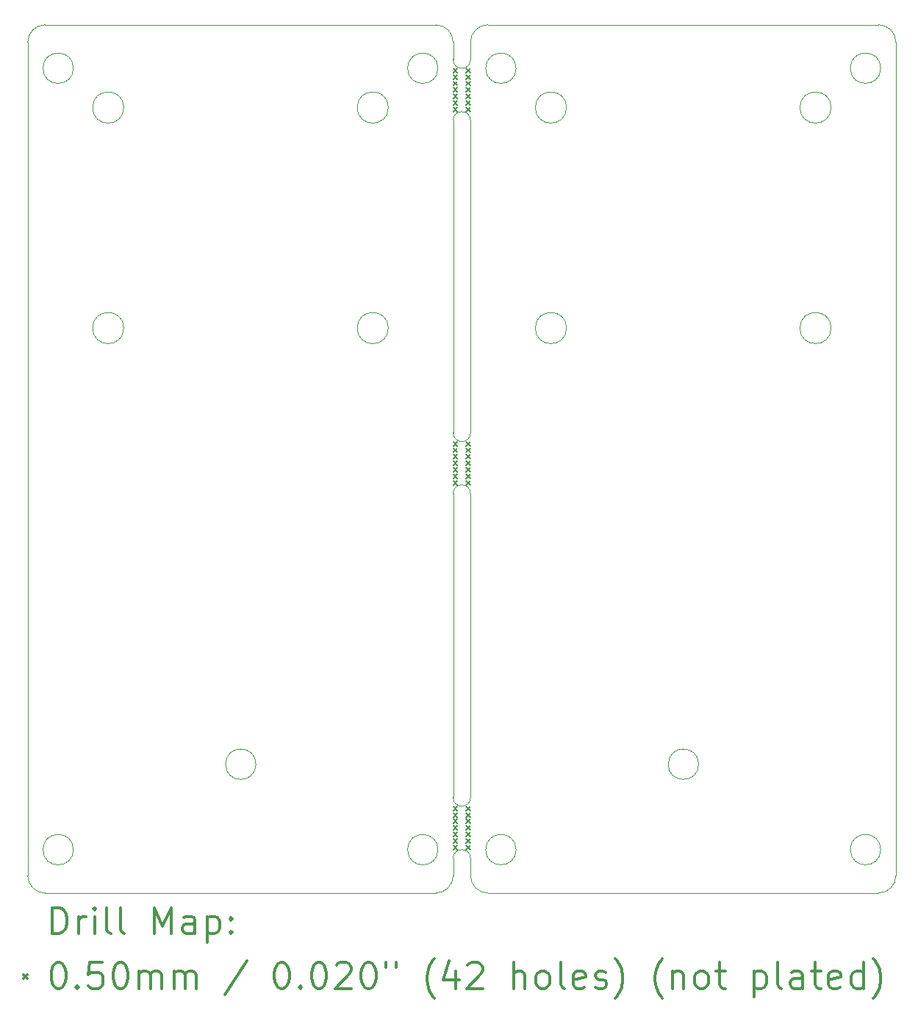
<source format=gbr>
%FSLAX45Y45*%
G04 Gerber Fmt 4.5, Leading zero omitted, Abs format (unit mm)*
G04 Created by KiCad (PCBNEW (5.1.5)-3) date 2022-03-28 13:22:25*
%MOMM*%
%LPD*%
G04 APERTURE LIST*
%TA.AperFunction,Profile*%
%ADD10C,0.050000*%
%TD*%
%ADD11C,0.200000*%
%ADD12C,0.300000*%
G04 APERTURE END LIST*
D10*
X18753605Y-4852500D02*
G75*
G03X18753605Y-4852500I-179605J0D01*
G01*
X15705605Y-7392500D02*
G75*
G03X15705605Y-7392500I-179605J0D01*
G01*
X18753605Y-7392500D02*
G75*
G03X18753605Y-7392500I-179605J0D01*
G01*
X15125000Y-13400000D02*
G75*
G03X15125000Y-13400000I-175000J0D01*
G01*
X15125000Y-4400000D02*
G75*
G03X15125000Y-4400000I-175000J0D01*
G01*
X17228000Y-12416000D02*
G75*
G03X17228000Y-12416000I-175000J0D01*
G01*
X19325000Y-13400000D02*
G75*
G03X19325000Y-13400000I-175000J0D01*
G01*
X15705605Y-4852500D02*
G75*
G03X15705605Y-4852500I-179605J0D01*
G01*
X19325000Y-4400000D02*
G75*
G03X19325000Y-4400000I-175000J0D01*
G01*
X14800000Y-13899538D02*
G75*
G02X14600000Y-13699538I0J200000D01*
G01*
X14600000Y-13499538D02*
X14600000Y-13699538D01*
X14400000Y-13699538D02*
X14400000Y-13499538D01*
X14600000Y-12799538D02*
X14600000Y-9299538D01*
X14400000Y-9299538D02*
X14400000Y-12799538D01*
X14600000Y-8599538D02*
X14600000Y-4999538D01*
X14400000Y-4999538D02*
X14400000Y-8599538D01*
X14400000Y-13499538D02*
G75*
G02X14600000Y-13499538I100000J0D01*
G01*
X14600000Y-12799538D02*
G75*
G02X14400000Y-12799538I-100000J0D01*
G01*
X14400000Y-9299538D02*
G75*
G02X14600000Y-9299538I100000J0D01*
G01*
X14600000Y-8599538D02*
G75*
G02X14400000Y-8599538I-100000J0D01*
G01*
X14400000Y-4999538D02*
G75*
G02X14600000Y-4999538I100000J0D01*
G01*
X14600000Y-4299538D02*
G75*
G02X14400000Y-4299538I-100000J0D01*
G01*
X14600000Y-4099538D02*
X14600000Y-4299538D01*
X14400000Y-4099538D02*
X14400000Y-4299538D01*
X19300000Y-3899538D02*
G75*
G02X19500000Y-4099538I0J-200000D01*
G01*
X19500000Y-13699538D02*
G75*
G02X19300000Y-13899538I-200000J0D01*
G01*
X19300000Y-13899538D02*
X14800000Y-13899538D01*
X19500000Y-4099538D02*
X19500000Y-13699538D01*
X14600000Y-4099538D02*
G75*
G02X14800000Y-3899538I200000J0D01*
G01*
X14800000Y-3899538D02*
X19300000Y-3900000D01*
X14200000Y-3899538D02*
G75*
G02X14400000Y-4099538I0J-200000D01*
G01*
X14400000Y-13699538D02*
G75*
G02X14200000Y-13899538I-200000J0D01*
G01*
X9699163Y-13899538D02*
G75*
G02X9499163Y-13699538I0J200000D01*
G01*
X9499163Y-4099538D02*
G75*
G02X9699163Y-3899538I200000J0D01*
G01*
X14200000Y-13900000D02*
X9699163Y-13899538D01*
X9699163Y-3899538D02*
X14200000Y-3899538D01*
X9499163Y-13699538D02*
X9499163Y-4099538D01*
X10605605Y-7392500D02*
G75*
G03X10605605Y-7392500I-179605J0D01*
G01*
X13653605Y-7392500D02*
G75*
G03X13653605Y-7392500I-179605J0D01*
G01*
X13653605Y-4852500D02*
G75*
G03X13653605Y-4852500I-179605J0D01*
G01*
X10605605Y-4852500D02*
G75*
G03X10605605Y-4852500I-179605J0D01*
G01*
X12128000Y-12416000D02*
G75*
G03X12128000Y-12416000I-175000J0D01*
G01*
X10025000Y-13400000D02*
G75*
G03X10025000Y-13400000I-175000J0D01*
G01*
X14225000Y-13400000D02*
G75*
G03X14225000Y-13400000I-175000J0D01*
G01*
X14225000Y-4400000D02*
G75*
G03X14225000Y-4400000I-175000J0D01*
G01*
X10025000Y-4400000D02*
G75*
G03X10025000Y-4400000I-175000J0D01*
G01*
D11*
X14400000Y-12900000D02*
X14450000Y-12950000D01*
X14450000Y-12900000D02*
X14400000Y-12950000D01*
X14400000Y-12975000D02*
X14450000Y-13025000D01*
X14450000Y-12975000D02*
X14400000Y-13025000D01*
X14400000Y-13050000D02*
X14450000Y-13100000D01*
X14450000Y-13050000D02*
X14400000Y-13100000D01*
X14400000Y-13125000D02*
X14450000Y-13175000D01*
X14450000Y-13125000D02*
X14400000Y-13175000D01*
X14400000Y-13200000D02*
X14450000Y-13250000D01*
X14450000Y-13200000D02*
X14400000Y-13250000D01*
X14400000Y-13275000D02*
X14450000Y-13325000D01*
X14450000Y-13275000D02*
X14400000Y-13325000D01*
X14400000Y-13350000D02*
X14450000Y-13400000D01*
X14450000Y-13350000D02*
X14400000Y-13400000D01*
X14550000Y-12900000D02*
X14600000Y-12950000D01*
X14600000Y-12900000D02*
X14550000Y-12950000D01*
X14550000Y-12975000D02*
X14600000Y-13025000D01*
X14600000Y-12975000D02*
X14550000Y-13025000D01*
X14550000Y-13050000D02*
X14600000Y-13100000D01*
X14600000Y-13050000D02*
X14550000Y-13100000D01*
X14550000Y-13125000D02*
X14600000Y-13175000D01*
X14600000Y-13125000D02*
X14550000Y-13175000D01*
X14550000Y-13200000D02*
X14600000Y-13250000D01*
X14600000Y-13200000D02*
X14550000Y-13250000D01*
X14550000Y-13275000D02*
X14600000Y-13325000D01*
X14600000Y-13275000D02*
X14550000Y-13325000D01*
X14550000Y-13350000D02*
X14600000Y-13400000D01*
X14600000Y-13350000D02*
X14550000Y-13400000D01*
X14400000Y-4400000D02*
X14450000Y-4450000D01*
X14450000Y-4400000D02*
X14400000Y-4450000D01*
X14400000Y-4475000D02*
X14450000Y-4525000D01*
X14450000Y-4475000D02*
X14400000Y-4525000D01*
X14400000Y-4550000D02*
X14450000Y-4600000D01*
X14450000Y-4550000D02*
X14400000Y-4600000D01*
X14400000Y-4625000D02*
X14450000Y-4675000D01*
X14450000Y-4625000D02*
X14400000Y-4675000D01*
X14400000Y-4700000D02*
X14450000Y-4750000D01*
X14450000Y-4700000D02*
X14400000Y-4750000D01*
X14400000Y-4775000D02*
X14450000Y-4825000D01*
X14450000Y-4775000D02*
X14400000Y-4825000D01*
X14400000Y-4850000D02*
X14450000Y-4900000D01*
X14450000Y-4850000D02*
X14400000Y-4900000D01*
X14550000Y-4400000D02*
X14600000Y-4450000D01*
X14600000Y-4400000D02*
X14550000Y-4450000D01*
X14550000Y-4475000D02*
X14600000Y-4525000D01*
X14600000Y-4475000D02*
X14550000Y-4525000D01*
X14550000Y-4550000D02*
X14600000Y-4600000D01*
X14600000Y-4550000D02*
X14550000Y-4600000D01*
X14550000Y-4625000D02*
X14600000Y-4675000D01*
X14600000Y-4625000D02*
X14550000Y-4675000D01*
X14550000Y-4700000D02*
X14600000Y-4750000D01*
X14600000Y-4700000D02*
X14550000Y-4750000D01*
X14550000Y-4775000D02*
X14600000Y-4825000D01*
X14600000Y-4775000D02*
X14550000Y-4825000D01*
X14550000Y-4850000D02*
X14600000Y-4900000D01*
X14600000Y-4850000D02*
X14550000Y-4900000D01*
X14400000Y-8700000D02*
X14450000Y-8750000D01*
X14450000Y-8700000D02*
X14400000Y-8750000D01*
X14400000Y-8775000D02*
X14450000Y-8825000D01*
X14450000Y-8775000D02*
X14400000Y-8825000D01*
X14400000Y-8850000D02*
X14450000Y-8900000D01*
X14450000Y-8850000D02*
X14400000Y-8900000D01*
X14400000Y-8925000D02*
X14450000Y-8975000D01*
X14450000Y-8925000D02*
X14400000Y-8975000D01*
X14400000Y-9000000D02*
X14450000Y-9050000D01*
X14450000Y-9000000D02*
X14400000Y-9050000D01*
X14400000Y-9075000D02*
X14450000Y-9125000D01*
X14450000Y-9075000D02*
X14400000Y-9125000D01*
X14400000Y-9150000D02*
X14450000Y-9200000D01*
X14450000Y-9150000D02*
X14400000Y-9200000D01*
X14550000Y-8700000D02*
X14600000Y-8750000D01*
X14600000Y-8700000D02*
X14550000Y-8750000D01*
X14550000Y-8775000D02*
X14600000Y-8825000D01*
X14600000Y-8775000D02*
X14550000Y-8825000D01*
X14550000Y-8850000D02*
X14600000Y-8900000D01*
X14600000Y-8850000D02*
X14550000Y-8900000D01*
X14550000Y-8925000D02*
X14600000Y-8975000D01*
X14600000Y-8925000D02*
X14550000Y-8975000D01*
X14550000Y-9000000D02*
X14600000Y-9050000D01*
X14600000Y-9000000D02*
X14550000Y-9050000D01*
X14550000Y-9075000D02*
X14600000Y-9125000D01*
X14600000Y-9075000D02*
X14550000Y-9125000D01*
X14550000Y-9150000D02*
X14600000Y-9200000D01*
X14600000Y-9150000D02*
X14550000Y-9200000D01*
D12*
X9783091Y-14368214D02*
X9783091Y-14068214D01*
X9854520Y-14068214D01*
X9897377Y-14082500D01*
X9925949Y-14111071D01*
X9940234Y-14139643D01*
X9954520Y-14196786D01*
X9954520Y-14239643D01*
X9940234Y-14296786D01*
X9925949Y-14325357D01*
X9897377Y-14353929D01*
X9854520Y-14368214D01*
X9783091Y-14368214D01*
X10083091Y-14368214D02*
X10083091Y-14168214D01*
X10083091Y-14225357D02*
X10097377Y-14196786D01*
X10111663Y-14182500D01*
X10140234Y-14168214D01*
X10168806Y-14168214D01*
X10268806Y-14368214D02*
X10268806Y-14168214D01*
X10268806Y-14068214D02*
X10254520Y-14082500D01*
X10268806Y-14096786D01*
X10283091Y-14082500D01*
X10268806Y-14068214D01*
X10268806Y-14096786D01*
X10454520Y-14368214D02*
X10425949Y-14353929D01*
X10411663Y-14325357D01*
X10411663Y-14068214D01*
X10611663Y-14368214D02*
X10583091Y-14353929D01*
X10568806Y-14325357D01*
X10568806Y-14068214D01*
X10954520Y-14368214D02*
X10954520Y-14068214D01*
X11054520Y-14282500D01*
X11154520Y-14068214D01*
X11154520Y-14368214D01*
X11425948Y-14368214D02*
X11425948Y-14211071D01*
X11411663Y-14182500D01*
X11383091Y-14168214D01*
X11325948Y-14168214D01*
X11297377Y-14182500D01*
X11425948Y-14353929D02*
X11397377Y-14368214D01*
X11325948Y-14368214D01*
X11297377Y-14353929D01*
X11283091Y-14325357D01*
X11283091Y-14296786D01*
X11297377Y-14268214D01*
X11325948Y-14253929D01*
X11397377Y-14253929D01*
X11425948Y-14239643D01*
X11568806Y-14168214D02*
X11568806Y-14468214D01*
X11568806Y-14182500D02*
X11597377Y-14168214D01*
X11654520Y-14168214D01*
X11683091Y-14182500D01*
X11697377Y-14196786D01*
X11711663Y-14225357D01*
X11711663Y-14311071D01*
X11697377Y-14339643D01*
X11683091Y-14353929D01*
X11654520Y-14368214D01*
X11597377Y-14368214D01*
X11568806Y-14353929D01*
X11840234Y-14339643D02*
X11854520Y-14353929D01*
X11840234Y-14368214D01*
X11825948Y-14353929D01*
X11840234Y-14339643D01*
X11840234Y-14368214D01*
X11840234Y-14182500D02*
X11854520Y-14196786D01*
X11840234Y-14211071D01*
X11825948Y-14196786D01*
X11840234Y-14182500D01*
X11840234Y-14211071D01*
X9446663Y-14837500D02*
X9496663Y-14887500D01*
X9496663Y-14837500D02*
X9446663Y-14887500D01*
X9840234Y-14698214D02*
X9868806Y-14698214D01*
X9897377Y-14712500D01*
X9911663Y-14726786D01*
X9925949Y-14755357D01*
X9940234Y-14812500D01*
X9940234Y-14883929D01*
X9925949Y-14941071D01*
X9911663Y-14969643D01*
X9897377Y-14983929D01*
X9868806Y-14998214D01*
X9840234Y-14998214D01*
X9811663Y-14983929D01*
X9797377Y-14969643D01*
X9783091Y-14941071D01*
X9768806Y-14883929D01*
X9768806Y-14812500D01*
X9783091Y-14755357D01*
X9797377Y-14726786D01*
X9811663Y-14712500D01*
X9840234Y-14698214D01*
X10068806Y-14969643D02*
X10083091Y-14983929D01*
X10068806Y-14998214D01*
X10054520Y-14983929D01*
X10068806Y-14969643D01*
X10068806Y-14998214D01*
X10354520Y-14698214D02*
X10211663Y-14698214D01*
X10197377Y-14841071D01*
X10211663Y-14826786D01*
X10240234Y-14812500D01*
X10311663Y-14812500D01*
X10340234Y-14826786D01*
X10354520Y-14841071D01*
X10368806Y-14869643D01*
X10368806Y-14941071D01*
X10354520Y-14969643D01*
X10340234Y-14983929D01*
X10311663Y-14998214D01*
X10240234Y-14998214D01*
X10211663Y-14983929D01*
X10197377Y-14969643D01*
X10554520Y-14698214D02*
X10583091Y-14698214D01*
X10611663Y-14712500D01*
X10625949Y-14726786D01*
X10640234Y-14755357D01*
X10654520Y-14812500D01*
X10654520Y-14883929D01*
X10640234Y-14941071D01*
X10625949Y-14969643D01*
X10611663Y-14983929D01*
X10583091Y-14998214D01*
X10554520Y-14998214D01*
X10525949Y-14983929D01*
X10511663Y-14969643D01*
X10497377Y-14941071D01*
X10483091Y-14883929D01*
X10483091Y-14812500D01*
X10497377Y-14755357D01*
X10511663Y-14726786D01*
X10525949Y-14712500D01*
X10554520Y-14698214D01*
X10783091Y-14998214D02*
X10783091Y-14798214D01*
X10783091Y-14826786D02*
X10797377Y-14812500D01*
X10825949Y-14798214D01*
X10868806Y-14798214D01*
X10897377Y-14812500D01*
X10911663Y-14841071D01*
X10911663Y-14998214D01*
X10911663Y-14841071D02*
X10925949Y-14812500D01*
X10954520Y-14798214D01*
X10997377Y-14798214D01*
X11025949Y-14812500D01*
X11040234Y-14841071D01*
X11040234Y-14998214D01*
X11183091Y-14998214D02*
X11183091Y-14798214D01*
X11183091Y-14826786D02*
X11197377Y-14812500D01*
X11225948Y-14798214D01*
X11268806Y-14798214D01*
X11297377Y-14812500D01*
X11311663Y-14841071D01*
X11311663Y-14998214D01*
X11311663Y-14841071D02*
X11325948Y-14812500D01*
X11354520Y-14798214D01*
X11397377Y-14798214D01*
X11425948Y-14812500D01*
X11440234Y-14841071D01*
X11440234Y-14998214D01*
X12025948Y-14683929D02*
X11768806Y-15069643D01*
X12411663Y-14698214D02*
X12440234Y-14698214D01*
X12468806Y-14712500D01*
X12483091Y-14726786D01*
X12497377Y-14755357D01*
X12511663Y-14812500D01*
X12511663Y-14883929D01*
X12497377Y-14941071D01*
X12483091Y-14969643D01*
X12468806Y-14983929D01*
X12440234Y-14998214D01*
X12411663Y-14998214D01*
X12383091Y-14983929D01*
X12368806Y-14969643D01*
X12354520Y-14941071D01*
X12340234Y-14883929D01*
X12340234Y-14812500D01*
X12354520Y-14755357D01*
X12368806Y-14726786D01*
X12383091Y-14712500D01*
X12411663Y-14698214D01*
X12640234Y-14969643D02*
X12654520Y-14983929D01*
X12640234Y-14998214D01*
X12625948Y-14983929D01*
X12640234Y-14969643D01*
X12640234Y-14998214D01*
X12840234Y-14698214D02*
X12868806Y-14698214D01*
X12897377Y-14712500D01*
X12911663Y-14726786D01*
X12925948Y-14755357D01*
X12940234Y-14812500D01*
X12940234Y-14883929D01*
X12925948Y-14941071D01*
X12911663Y-14969643D01*
X12897377Y-14983929D01*
X12868806Y-14998214D01*
X12840234Y-14998214D01*
X12811663Y-14983929D01*
X12797377Y-14969643D01*
X12783091Y-14941071D01*
X12768806Y-14883929D01*
X12768806Y-14812500D01*
X12783091Y-14755357D01*
X12797377Y-14726786D01*
X12811663Y-14712500D01*
X12840234Y-14698214D01*
X13054520Y-14726786D02*
X13068806Y-14712500D01*
X13097377Y-14698214D01*
X13168806Y-14698214D01*
X13197377Y-14712500D01*
X13211663Y-14726786D01*
X13225948Y-14755357D01*
X13225948Y-14783929D01*
X13211663Y-14826786D01*
X13040234Y-14998214D01*
X13225948Y-14998214D01*
X13411663Y-14698214D02*
X13440234Y-14698214D01*
X13468806Y-14712500D01*
X13483091Y-14726786D01*
X13497377Y-14755357D01*
X13511663Y-14812500D01*
X13511663Y-14883929D01*
X13497377Y-14941071D01*
X13483091Y-14969643D01*
X13468806Y-14983929D01*
X13440234Y-14998214D01*
X13411663Y-14998214D01*
X13383091Y-14983929D01*
X13368806Y-14969643D01*
X13354520Y-14941071D01*
X13340234Y-14883929D01*
X13340234Y-14812500D01*
X13354520Y-14755357D01*
X13368806Y-14726786D01*
X13383091Y-14712500D01*
X13411663Y-14698214D01*
X13625948Y-14698214D02*
X13625948Y-14755357D01*
X13740234Y-14698214D02*
X13740234Y-14755357D01*
X14183091Y-15112500D02*
X14168806Y-15098214D01*
X14140234Y-15055357D01*
X14125948Y-15026786D01*
X14111663Y-14983929D01*
X14097377Y-14912500D01*
X14097377Y-14855357D01*
X14111663Y-14783929D01*
X14125948Y-14741071D01*
X14140234Y-14712500D01*
X14168806Y-14669643D01*
X14183091Y-14655357D01*
X14425948Y-14798214D02*
X14425948Y-14998214D01*
X14354520Y-14683929D02*
X14283091Y-14898214D01*
X14468806Y-14898214D01*
X14568806Y-14726786D02*
X14583091Y-14712500D01*
X14611663Y-14698214D01*
X14683091Y-14698214D01*
X14711663Y-14712500D01*
X14725948Y-14726786D01*
X14740234Y-14755357D01*
X14740234Y-14783929D01*
X14725948Y-14826786D01*
X14554520Y-14998214D01*
X14740234Y-14998214D01*
X15097377Y-14998214D02*
X15097377Y-14698214D01*
X15225948Y-14998214D02*
X15225948Y-14841071D01*
X15211663Y-14812500D01*
X15183091Y-14798214D01*
X15140234Y-14798214D01*
X15111663Y-14812500D01*
X15097377Y-14826786D01*
X15411663Y-14998214D02*
X15383091Y-14983929D01*
X15368806Y-14969643D01*
X15354520Y-14941071D01*
X15354520Y-14855357D01*
X15368806Y-14826786D01*
X15383091Y-14812500D01*
X15411663Y-14798214D01*
X15454520Y-14798214D01*
X15483091Y-14812500D01*
X15497377Y-14826786D01*
X15511663Y-14855357D01*
X15511663Y-14941071D01*
X15497377Y-14969643D01*
X15483091Y-14983929D01*
X15454520Y-14998214D01*
X15411663Y-14998214D01*
X15683091Y-14998214D02*
X15654520Y-14983929D01*
X15640234Y-14955357D01*
X15640234Y-14698214D01*
X15911663Y-14983929D02*
X15883091Y-14998214D01*
X15825948Y-14998214D01*
X15797377Y-14983929D01*
X15783091Y-14955357D01*
X15783091Y-14841071D01*
X15797377Y-14812500D01*
X15825948Y-14798214D01*
X15883091Y-14798214D01*
X15911663Y-14812500D01*
X15925948Y-14841071D01*
X15925948Y-14869643D01*
X15783091Y-14898214D01*
X16040234Y-14983929D02*
X16068806Y-14998214D01*
X16125948Y-14998214D01*
X16154520Y-14983929D01*
X16168806Y-14955357D01*
X16168806Y-14941071D01*
X16154520Y-14912500D01*
X16125948Y-14898214D01*
X16083091Y-14898214D01*
X16054520Y-14883929D01*
X16040234Y-14855357D01*
X16040234Y-14841071D01*
X16054520Y-14812500D01*
X16083091Y-14798214D01*
X16125948Y-14798214D01*
X16154520Y-14812500D01*
X16268806Y-15112500D02*
X16283091Y-15098214D01*
X16311663Y-15055357D01*
X16325948Y-15026786D01*
X16340234Y-14983929D01*
X16354520Y-14912500D01*
X16354520Y-14855357D01*
X16340234Y-14783929D01*
X16325948Y-14741071D01*
X16311663Y-14712500D01*
X16283091Y-14669643D01*
X16268806Y-14655357D01*
X16811663Y-15112500D02*
X16797377Y-15098214D01*
X16768806Y-15055357D01*
X16754520Y-15026786D01*
X16740234Y-14983929D01*
X16725948Y-14912500D01*
X16725948Y-14855357D01*
X16740234Y-14783929D01*
X16754520Y-14741071D01*
X16768806Y-14712500D01*
X16797377Y-14669643D01*
X16811663Y-14655357D01*
X16925949Y-14798214D02*
X16925949Y-14998214D01*
X16925949Y-14826786D02*
X16940234Y-14812500D01*
X16968806Y-14798214D01*
X17011663Y-14798214D01*
X17040234Y-14812500D01*
X17054520Y-14841071D01*
X17054520Y-14998214D01*
X17240234Y-14998214D02*
X17211663Y-14983929D01*
X17197377Y-14969643D01*
X17183091Y-14941071D01*
X17183091Y-14855357D01*
X17197377Y-14826786D01*
X17211663Y-14812500D01*
X17240234Y-14798214D01*
X17283091Y-14798214D01*
X17311663Y-14812500D01*
X17325949Y-14826786D01*
X17340234Y-14855357D01*
X17340234Y-14941071D01*
X17325949Y-14969643D01*
X17311663Y-14983929D01*
X17283091Y-14998214D01*
X17240234Y-14998214D01*
X17425949Y-14798214D02*
X17540234Y-14798214D01*
X17468806Y-14698214D02*
X17468806Y-14955357D01*
X17483091Y-14983929D01*
X17511663Y-14998214D01*
X17540234Y-14998214D01*
X17868806Y-14798214D02*
X17868806Y-15098214D01*
X17868806Y-14812500D02*
X17897377Y-14798214D01*
X17954520Y-14798214D01*
X17983091Y-14812500D01*
X17997377Y-14826786D01*
X18011663Y-14855357D01*
X18011663Y-14941071D01*
X17997377Y-14969643D01*
X17983091Y-14983929D01*
X17954520Y-14998214D01*
X17897377Y-14998214D01*
X17868806Y-14983929D01*
X18183091Y-14998214D02*
X18154520Y-14983929D01*
X18140234Y-14955357D01*
X18140234Y-14698214D01*
X18425949Y-14998214D02*
X18425949Y-14841071D01*
X18411663Y-14812500D01*
X18383091Y-14798214D01*
X18325949Y-14798214D01*
X18297377Y-14812500D01*
X18425949Y-14983929D02*
X18397377Y-14998214D01*
X18325949Y-14998214D01*
X18297377Y-14983929D01*
X18283091Y-14955357D01*
X18283091Y-14926786D01*
X18297377Y-14898214D01*
X18325949Y-14883929D01*
X18397377Y-14883929D01*
X18425949Y-14869643D01*
X18525949Y-14798214D02*
X18640234Y-14798214D01*
X18568806Y-14698214D02*
X18568806Y-14955357D01*
X18583091Y-14983929D01*
X18611663Y-14998214D01*
X18640234Y-14998214D01*
X18854520Y-14983929D02*
X18825949Y-14998214D01*
X18768806Y-14998214D01*
X18740234Y-14983929D01*
X18725949Y-14955357D01*
X18725949Y-14841071D01*
X18740234Y-14812500D01*
X18768806Y-14798214D01*
X18825949Y-14798214D01*
X18854520Y-14812500D01*
X18868806Y-14841071D01*
X18868806Y-14869643D01*
X18725949Y-14898214D01*
X19125949Y-14998214D02*
X19125949Y-14698214D01*
X19125949Y-14983929D02*
X19097377Y-14998214D01*
X19040234Y-14998214D01*
X19011663Y-14983929D01*
X18997377Y-14969643D01*
X18983091Y-14941071D01*
X18983091Y-14855357D01*
X18997377Y-14826786D01*
X19011663Y-14812500D01*
X19040234Y-14798214D01*
X19097377Y-14798214D01*
X19125949Y-14812500D01*
X19240234Y-15112500D02*
X19254520Y-15098214D01*
X19283091Y-15055357D01*
X19297377Y-15026786D01*
X19311663Y-14983929D01*
X19325949Y-14912500D01*
X19325949Y-14855357D01*
X19311663Y-14783929D01*
X19297377Y-14741071D01*
X19283091Y-14712500D01*
X19254520Y-14669643D01*
X19240234Y-14655357D01*
M02*

</source>
